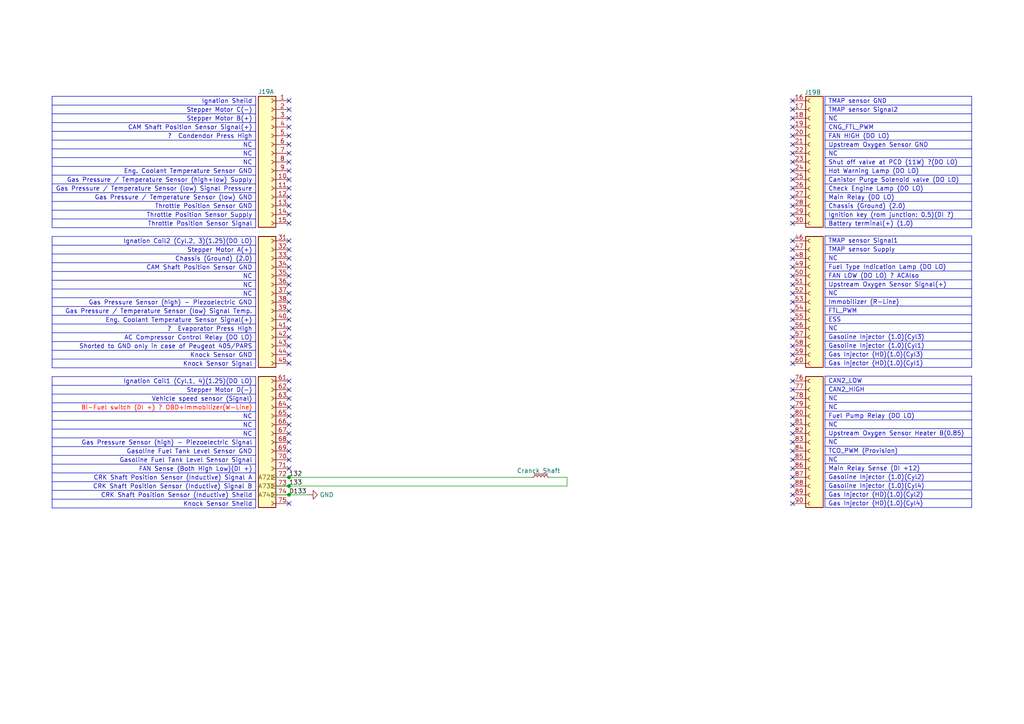
<source format=kicad_sch>
(kicad_sch (version 20250114) (generator "eeschema") (generator_version "9.0")
  (paper "A4")
  (lib_symbols
    (symbol "Device:L_Ferrite_Small" (pin_numbers (hide yes)) (pin_names (offset 0.254) (hide yes))
      (property "Reference" "L" (at 1.27 1.016 0))
      (property "Value" "L_Ferrite_Small" (at 1.27 -1.27 0))
      (symbol "L_Ferrite_Small_0_1"
        (arc (start 0 2.032) (mid 0.5058 1.524) (end 0 1.016))
        (arc (start 0 1.016) (mid 0.5058 0.508) (end 0 0))
        (arc (start 0 0) (mid 0.5058 -0.508) (end 0 -1.016))
        (arc (start 0 -1.016) (mid 0.5058 -1.524) (end 0 -2.032))
        (polyline (pts (xy 0.762 1.651) (xy 0.762 1.905)))
        (polyline (pts (xy 0.762 1.143) (xy 0.762 1.397)))
        (polyline (pts (xy 0.762 0.635) (xy 0.762 0.889)))
        (polyline (pts (xy 0.762 0.127) (xy 0.762 0.381)))
        (polyline (pts (xy 0.762 -0.381) (xy 0.762 -0.127)))
        (polyline (pts (xy 0.762 -0.889) (xy 0.762 -0.635)))
        (polyline (pts (xy 0.762 -1.397) (xy 0.762 -1.143)))
        (polyline (pts (xy 0.762 -1.905) (xy 0.762 -1.651)))
        (polyline (pts (xy 1.016 1.905) (xy 1.016 1.651)))
        (polyline (pts (xy 1.016 1.397) (xy 1.016 1.143)))
        (polyline (pts (xy 1.016 0.889) (xy 1.016 0.635)))
        (polyline (pts (xy 1.016 0.381) (xy 1.016 0.127)))
        (polyline (pts (xy 1.016 -0.127) (xy 1.016 -0.381)))
        (polyline (pts (xy 1.016 -0.635) (xy 1.016 -0.889)))
        (polyline (pts (xy 1.016 -1.143) (xy 1.016 -1.397)))
        (polyline (pts (xy 1.016 -1.651) (xy 1.016 -1.905)))
      )
      (symbol "L_Ferrite_Small_1_1"
        (pin passive line (at 0 2.54 270) (length 0.508) (name "~") (number "1"))
        (pin passive line (at 0 -2.54 90) (length 0.508) (name "~") (number "2"))
      )
    )
    (symbol "power:GND" (power) (pin_numbers (hide yes)) (pin_names (offset 0) (hide yes))
      (property "Value" "GND" (at 0 -3.81 0))
      (symbol "GND_0_1"
        (polyline (pts (xy 0 0) (xy 0 -1.27) (xy 1.27 -1.27) (xy 0 -2.54) (xy -1.27 -1.27) (xy 0 -1.27)))
      )
      (symbol "GND_1_1"
        (pin power_in line (at 0 0 270) (length 0) (name "~") (number "1"))
      )
    )
    (symbol "sicma_socket:Conn_01x90_3Row_Socket" (pin_names (offset 1.016) (hide yes))
      (property "Reference" "J" (at 1.524 60.833 0))
      (property "Value" "Conn_01x90_3Row_Socket" (at 1.397 -61.214 0))
      (symbol "Conn_01x90_3Row_Socket_1_1"
        (rectangle (start -0.508 59.69) (end 4.572 21.717) (stroke (width 0.254)) (fill (type background)))
        (polyline (pts (xy -0.508 58.42) (xy 0.254 58.42)) (stroke (width 0.1524)))
        (polyline (pts (xy -0.508 55.88) (xy 0.254 55.88)) (stroke (width 0.1524)))
        (polyline (pts (xy -0.508 53.34) (xy 0.254 53.34)) (stroke (width 0.1524)))
        (polyline (pts (xy -0.508 50.8) (xy 0.254 50.8)) (stroke (width 0.1524)))
        (polyline (pts (xy -0.508 48.26) (xy 0.254 48.26)) (stroke (width 0.1524)))
        (polyline (pts (xy -0.508 45.72) (xy 0.254 45.72)) (stroke (width 0.1524)))
        (polyline (pts (xy -0.508 43.18) (xy 0.254 43.18)) (stroke (width 0.1524)))
        (polyline (pts (xy -0.508 40.64) (xy 0.254 40.64)) (stroke (width 0.1524)))
        (polyline (pts (xy -0.508 38.1) (xy 0.254 38.1)) (stroke (width 0.1524)))
        (polyline (pts (xy -0.508 35.56) (xy 0.254 35.56)) (stroke (width 0.1524)))
        (polyline (pts (xy -0.508 33.02) (xy 0.254 33.02)) (stroke (width 0.1524)))
        (polyline (pts (xy -0.508 30.48) (xy 0.254 30.48)) (stroke (width 0.1524)))
        (polyline (pts (xy -0.508 27.94) (xy 0.254 27.94)) (stroke (width 0.1524)))
        (polyline (pts (xy -0.508 25.4) (xy 0.254 25.4)) (stroke (width 0.1524)))
        (polyline (pts (xy -0.508 22.86) (xy 0.254 22.86)) (stroke (width 0.1524)))
        (rectangle (start -0.508 19.05) (end 4.572 -18.923) (stroke (width 0.254)) (fill (type background)))
        (polyline (pts (xy -0.508 17.78) (xy 0.254 17.78)) (stroke (width 0.1524)))
        (polyline (pts (xy -0.508 15.24) (xy 0.254 15.24)) (stroke (width 0.1524)))
        (polyline (pts (xy -0.508 12.7) (xy 0.254 12.7)) (stroke (width 0.1524)))
        (polyline (pts (xy -0.508 10.16) (xy 0.254 10.16)) (stroke (width 0.1524)))
        (polyline (pts (xy -0.508 7.62) (xy 0.254 7.62)) (stroke (width 0.1524)))
        (polyline (pts (xy -0.508 5.08) (xy 0.254 5.08)) (stroke (width 0.1524)))
        (polyline (pts (xy -0.508 2.54) (xy 0.254 2.54)) (stroke (width 0.1524)))
        (polyline (pts (xy -0.508 0) (xy 0.254 0)) (stroke (width 0.1524)))
        (polyline (pts (xy -0.508 -2.54) (xy 0.254 -2.54)) (stroke (width 0.1524)))
        (polyline (pts (xy -0.508 -5.08) (xy 0.254 -5.08)) (stroke (width 0.1524)))
        (polyline (pts (xy -0.508 -7.62) (xy 0.254 -7.62)) (stroke (width 0.1524)))
        (polyline (pts (xy -0.508 -10.16) (xy 0.254 -10.16)) (stroke (width 0.1524)))
        (polyline (pts (xy -0.508 -12.7) (xy 0.254 -12.7)) (stroke (width 0.1524)))
        (polyline (pts (xy -0.508 -15.24) (xy 0.254 -15.24)) (stroke (width 0.1524)))
        (polyline (pts (xy -0.508 -17.78) (xy 0.254 -17.78)) (stroke (width 0.1524)))
        (rectangle (start -0.508 -21.59) (end 4.572 -59.563) (stroke (width 0.254)) (fill (type background)))
        (polyline (pts (xy -0.508 -22.86) (xy 0.254 -22.86)) (stroke (width 0.1524)))
        (polyline (pts (xy -0.508 -25.4) (xy 0.254 -25.4)) (stroke (width 0.1524)))
        (polyline (pts (xy -0.508 -27.94) (xy 0.254 -27.94)) (stroke (width 0.1524)))
        (polyline (pts (xy -0.508 -30.48) (xy 0.254 -30.48)) (stroke (width 0.1524)))
        (polyline (pts (xy -0.508 -33.02) (xy 0.254 -33.02)) (stroke (width 0.1524)))
        (polyline (pts (xy -0.508 -35.56) (xy 0.254 -35.56)) (stroke (width 0.1524)))
        (polyline (pts (xy -0.508 -38.1) (xy 0.254 -38.1)) (stroke (width 0.1524)))
        (polyline (pts (xy -0.508 -40.64) (xy 0.254 -40.64)) (stroke (width 0.1524)))
        (polyline (pts (xy -0.508 -43.18) (xy 0.254 -43.18)) (stroke (width 0.1524)))
        (polyline (pts (xy -0.508 -45.72) (xy 0.254 -45.72)) (stroke (width 0.1524)))
        (polyline (pts (xy -0.508 -48.26) (xy 0.254 -48.26)) (stroke (width 0.1524)))
        (polyline (pts (xy -0.508 -50.8) (xy 0.254 -50.8)) (stroke (width 0.1524)))
        (polyline (pts (xy -0.508 -53.34) (xy 0.254 -53.34)) (stroke (width 0.1524)))
        (polyline (pts (xy -0.508 -55.88) (xy 0.254 -55.88)) (stroke (width 0.1524)))
        (polyline (pts (xy -0.508 -58.42) (xy 0.254 -58.42)) (stroke (width 0.1524)))
        (arc (start 0.762 57.912) (mid 0.2562 58.42) (end 0.762 58.928) (stroke (width 0.1524)))
        (arc (start 0.762 55.372) (mid 0.2562 55.88) (end 0.762 56.388) (stroke (width 0.1524)))
        (arc (start 0.762 52.832) (mid 0.2562 53.34) (end 0.762 53.848) (stroke (width 0.1524)))
        (arc (start 0.762 50.292) (mid 0.2562 50.8) (end 0.762 51.308) (stroke (width 0.1524)))
        (arc (start 0.762 47.752) (mid 0.2562 48.26) (end 0.762 48.768) (stroke (width 0.1524)))
        (arc (start 0.762 45.212) (mid 0.2562 45.72) (end 0.762 46.228) (stroke (width 0.1524)))
        (arc (start 0.762 42.672) (mid 0.2562 43.18) (end 0.762 43.688) (stroke (width 0.1524)))
        (arc (start 0.762 40.132) (mid 0.2562 40.64) (end 0.762 41.148) (stroke (width 0.1524)))
        (arc (start 0.762 37.592) (mid 0.2562 38.1) (end 0.762 38.608) (stroke (width 0.1524)))
        (arc (start 0.762 35.052) (mid 0.2562 35.56) (end 0.762 36.068) (stroke (width 0.1524)))
        (arc (start 0.762 32.512) (mid 0.2562 33.02) (end 0.762 33.528) (stroke (width 0.1524)))
        (arc (start 0.762 29.972) (mid 0.2562 30.48) (end 0.762 30.988) (stroke (width 0.1524)))
        (arc (start 0.762 27.432) (mid 0.2562 27.94) (end 0.762 28.448) (stroke (width 0.1524)))
        (arc (start 0.762 24.892) (mid 0.2562 25.4) (end 0.762 25.908) (stroke (width 0.1524)))
        (arc (start 0.762 22.352) (mid 0.2562 22.86) (end 0.762 23.368) (stroke (width 0.1524)))
        (arc (start 0.762 17.272) (mid 0.2562 17.78) (end 0.762 18.288) (stroke (width 0.1524)))
        (arc (start 0.762 14.732) (mid 0.2562 15.24) (end 0.762 15.748) (stroke (width 0.1524)))
        (arc (start 0.762 12.192) (mid 0.2562 12.7) (end 0.762 13.208) (stroke (width 0.1524)))
        (arc (start 0.762 9.652) (mid 0.2562 10.16) (end 0.762 10.668) (stroke (width 0.1524)))
        (arc (start 0.762 7.112) (mid 0.2562 7.62) (end 0.762 8.128) (stroke (width 0.1524)))
        (arc (start 0.762 4.572) (mid 0.2562 5.08) (end 0.762 5.588) (stroke (width 0.1524)))
        (arc (start 0.762 2.032) (mid 0.2562 2.54) (end 0.762 3.048) (stroke (width 0.1524)))
        (arc (start 0.762 -0.508) (mid 0.2562 0) (end 0.762 0.508) (stroke (width 0.1524)))
        (arc (start 0.762 -3.048) (mid 0.2562 -2.54) (end 0.762 -2.032) (stroke (width 0.1524)))
        (arc (start 0.762 -5.588) (mid 0.2562 -5.08) (end 0.762 -4.572) (stroke (width 0.1524)))
        (arc (start 0.762 -8.128) (mid 0.2562 -7.62) (end 0.762 -7.112) (stroke (width 0.1524)))
        (arc (start 0.762 -10.668) (mid 0.2562 -10.16) (end 0.762 -9.652) (stroke (width 0.1524)))
        (arc (start 0.762 -13.208) (mid 0.2562 -12.7) (end 0.762 -12.192) (stroke (width 0.1524)))
        (arc (start 0.762 -15.748) (mid 0.2562 -15.24) (end 0.762 -14.732) (stroke (width 0.1524)))
        (arc (start 0.762 -18.288) (mid 0.2562 -17.78) (end 0.762 -17.272) (stroke (width 0.1524)))
        (arc (start 0.762 -23.368) (mid 0.2562 -22.86) (end 0.762 -22.352) (stroke (width 0.1524)))
        (arc (start 0.762 -25.908) (mid 0.2562 -25.4) (end 0.762 -24.892) (stroke (width 0.1524)))
        (arc (start 0.762 -28.448) (mid 0.2562 -27.94) (end 0.762 -27.432) (stroke (width 0.1524)))
        (arc (start 0.762 -30.988) (mid 0.2562 -30.48) (end 0.762 -29.972) (stroke (width 0.1524)))
        (arc (start 0.762 -33.528) (mid 0.2562 -33.02) (end 0.762 -32.512) (stroke (width 0.1524)))
        (arc (start 0.762 -36.068) (mid 0.2562 -35.56) (end 0.762 -35.052) (stroke (width 0.1524)))
        (arc (start 0.762 -38.608) (mid 0.2562 -38.1) (end 0.762 -37.592) (stroke (width 0.1524)))
        (arc (start 0.762 -41.148) (mid 0.2562 -40.64) (end 0.762 -40.132) (stroke (width 0.1524)))
        (arc (start 0.762 -43.688) (mid 0.2562 -43.18) (end 0.762 -42.672) (stroke (width 0.1524)))
        (arc (start 0.762 -46.228) (mid 0.2562 -45.72) (end 0.762 -45.212) (stroke (width 0.1524)))
        (arc (start 0.762 -48.768) (mid 0.2562 -48.26) (end 0.762 -47.752) (stroke (width 0.1524)))
        (arc (start 0.762 -51.308) (mid 0.2562 -50.8) (end 0.762 -50.292) (stroke (width 0.1524)))
        (arc (start 0.762 -53.848) (mid 0.2562 -53.34) (end 0.762 -52.832) (stroke (width 0.1524)))
        (arc (start 0.762 -56.388) (mid 0.2562 -55.88) (end 0.762 -55.372) (stroke (width 0.1524)))
        (arc (start 0.762 -58.928) (mid 0.2562 -58.42) (end 0.762 -57.912) (stroke (width 0.1524)))
        (pin passive line (at -4.318 58.42 0) (length 3.81) (name "A1") (number "1"))
        (pin passive line (at -4.318 55.88 0) (length 3.81) (name "A2") (number "2"))
        (pin passive line (at -4.318 53.34 0) (length 3.81) (name "A3") (number "3"))
        (pin passive line (at -4.318 50.8 0) (length 3.81) (name "A4") (number "4"))
        (pin passive line (at -4.318 48.26 0) (length 3.81) (name "A5") (number "5"))
        (pin passive line (at -4.318 45.72 0) (length 3.81) (name "A6") (number "6"))
        (pin passive line (at -4.318 43.18 0) (length 3.81) (name "A7") (number "7"))
        (pin passive line (at -4.318 40.64 0) (length 3.81) (name "A8") (number "8"))
        (pin passive line (at -4.318 38.1 0) (length 3.81) (name "A9") (number "9"))
        (pin passive line (at -4.318 35.56 0) (length 3.81) (name "A10") (number "10"))
        (pin passive line (at -4.318 33.02 0) (length 3.81) (name "A11") (number "11"))
        (pin passive line (at -4.318 30.48 0) (length 3.81) (name "A12") (number "12"))
        (pin passive line (at -4.318 27.94 0) (length 3.81) (name "A13") (number "13"))
        (pin passive line (at -4.318 25.4 0) (length 3.81) (name "A14") (number "14"))
        (pin passive line (at -4.318 22.86 0) (length 3.81) (name "A15") (number "15"))
        (pin passive line (at -4.318 17.78 0) (length 3.81) (name "A31") (number "31"))
        (pin passive line (at -4.318 15.24 0) (length 3.81) (name "A32") (number "32"))
        (pin passive line (at -4.318 12.7 0) (length 3.81) (name "A33") (number "33"))
        (pin passive line (at -4.318 10.16 0) (length 3.81) (name "A34") (number "34"))
        (pin passive line (at -4.318 7.62 0) (length 3.81) (name "A35") (number "35"))
        (pin passive line (at -4.318 5.08 0) (length 3.81) (name "A36") (number "36"))
        (pin passive line (at -4.318 2.54 0) (length 3.81) (name "A37") (number "37"))
        (pin passive line (at -4.318 0 0) (length 3.81) (name "A38") (number "38"))
        (pin passive line (at -4.318 -2.54 0) (length 3.81) (name "A39") (number "39"))
        (pin passive line (at -4.318 -5.08 0) (length 3.81) (name "A40") (number "40"))
        (pin passive line (at -4.318 -7.62 0) (length 3.81) (name "A41") (number "41"))
        (pin passive line (at -4.318 -10.16 0) (length 3.81) (name "A42") (number "42"))
        (pin passive line (at -4.318 -12.7 0) (length 3.81) (name "A43") (number "43"))
        (pin passive line (at -4.318 -15.24 0) (length 3.81) (name "A44") (number "44"))
        (pin passive line (at -4.318 -17.78 0) (length 3.81) (name "A45") (number "45"))
        (pin passive line (at -4.318 -22.86 0) (length 3.81) (name "A61") (number "61"))
        (pin passive line (at -4.318 -25.4 0) (length 3.81) (name "A62") (number "62"))
        (pin passive line (at -4.318 -27.94 0) (length 3.81) (name "A63") (number "63"))
        (pin passive line (at -4.318 -30.48 0) (length 3.81) (name "A64") (number "64"))
        (pin passive line (at -4.318 -33.02 0) (length 3.81) (name "A65") (number "65"))
        (pin passive line (at -4.318 -35.56 0) (length 3.81) (name "A66") (number "66"))
        (pin passive line (at -4.318 -38.1 0) (length 3.81) (name "A67") (number "67"))
        (pin passive line (at -4.318 -40.64 0) (length 3.81) (name "A68") (number "68"))
        (pin passive line (at -4.318 -43.18 0) (length 3.81) (name "A69") (number "69"))
        (pin passive line (at -4.318 -45.72 0) (length 3.81) (name "A70") (number "70"))
        (pin passive line (at -4.318 -48.26 0) (length 3.81) (name "A71") (number "71"))
        (pin passive line (at -4.318 -50.8 0) (length 3.81) (name "A72") (number "72"))
        (pin passive line (at -4.318 -53.34 0) (length 3.81) (name "A73") (number "73"))
        (pin passive line (at -4.318 -55.88 0) (length 3.81) (name "A74") (number "74"))
        (pin passive line (at -4.318 -58.42 0) (length 3.81) (name "A75") (number "75"))
      )
      (symbol "Conn_01x90_3Row_Socket_2_1"
        (rectangle (start -0.508 59.69) (end 4.572 21.717) (stroke (width 0.254)) (fill (type background)))
        (polyline (pts (xy -0.508 58.42) (xy 0.254 58.42)) (stroke (width 0.1524)))
        (polyline (pts (xy -0.508 55.88) (xy 0.254 55.88)) (stroke (width 0.1524)))
        (polyline (pts (xy -0.508 53.34) (xy 0.254 53.34)) (stroke (width 0.1524)))
        (polyline (pts (xy -0.508 50.8) (xy 0.254 50.8)) (stroke (width 0.1524)))
        (polyline (pts (xy -0.508 48.26) (xy 0.254 48.26)) (stroke (width 0.1524)))
        (polyline (pts (xy -0.508 45.72) (xy 0.254 45.72)) (stroke (width 0.1524)))
        (polyline (pts (xy -0.508 43.18) (xy 0.254 43.18)) (stroke (width 0.1524)))
        (polyline (pts (xy -0.508 40.64) (xy 0.254 40.64)) (stroke (width 0.1524)))
        (polyline (pts (xy -0.508 38.1) (xy 0.254 38.1)) (stroke (width 0.1524)))
        (polyline (pts (xy -0.508 35.56) (xy 0.254 35.56)) (stroke (width 0.1524)))
        (polyline (pts (xy -0.508 33.02) (xy 0.254 33.02)) (stroke (width 0.1524)))
        (polyline (pts (xy -0.508 30.48) (xy 0.254 30.48)) (stroke (width 0.1524)))
        (polyline (pts (xy -0.508 27.94) (xy 0.254 27.94)) (stroke (width 0.1524)))
        (polyline (pts (xy -0.508 25.4) (xy 0.254 25.4)) (stroke (width 0.1524)))
        (polyline (pts (xy -0.508 22.86) (xy 0.254 22.86)) (stroke (width 0.1524)))
        (rectangle (start -0.508 19.05) (end 4.572 -18.923) (stroke (width 0.254)) (fill (type background)))
        (polyline (pts (xy -0.508 17.78) (xy 0.254 17.78)) (stroke (width 0.1524)))
        (polyline (pts (xy -0.508 15.24) (xy 0.254 15.24)) (stroke (width 0.1524)))
        (polyline (pts (xy -0.508 12.7) (xy 0.254 12.7)) (stroke (width 0.1524)))
        (polyline (pts (xy -0.508 10.16) (xy 0.254 10.16)) (stroke (width 0.1524)))
        (polyline (pts (xy -0.508 7.62) (xy 0.254 7.62)) (stroke (width 0.1524)))
        (polyline (pts (xy -0.508 5.08) (xy 0.254 5.08)) (stroke (width 0.1524)))
        (polyline (pts (xy -0.508 2.54) (xy 0.254 2.54)) (stroke (width 0.1524)))
        (polyline (pts (xy -0.508 0) (xy 0.254 0)) (stroke (width 0.1524)))
        (polyline (pts (xy -0.508 -2.54) (xy 0.254 -2.54)) (stroke (width 0.1524)))
        (polyline (pts (xy -0.508 -5.08) (xy 0.254 -5.08)) (stroke (width 0.1524)))
        (polyline (pts (xy -0.508 -7.62) (xy 0.254 -7.62)) (stroke (width 0.1524)))
        (polyline (pts (xy -0.508 -10.16) (xy 0.254 -10.16)) (stroke (width 0.1524)))
        (polyline (pts (xy -0.508 -12.7) (xy 0.254 -12.7)) (stroke (width 0.1524)))
        (polyline (pts (xy -0.508 -15.24) (xy 0.254 -15.24)) (stroke (width 0.1524)))
        (polyline (pts (xy -0.508 -17.78) (xy 0.254 -17.78)) (stroke (width 0.1524)))
        (rectangle (start -0.508 -21.59) (end 4.572 -59.563) (stroke (width 0.254)) (fill (type background)))
        (polyline (pts (xy -0.508 -22.86) (xy 0.254 -22.86)) (stroke (width 0.1524)))
        (polyline (pts (xy -0.508 -25.4) (xy 0.254 -25.4)) (stroke (width 0.1524)))
        (polyline (pts (xy -0.508 -27.94) (xy 0.254 -27.94)) (stroke (width 0.1524)))
        (polyline (pts (xy -0.508 -30.48) (xy 0.254 -30.48)) (stroke (width 0.1524)))
        (polyline (pts (xy -0.508 -33.02) (xy 0.254 -33.02)) (stroke (width 0.1524)))
        (polyline (pts (xy -0.508 -35.56) (xy 0.254 -35.56)) (stroke (width 0.1524)))
        (polyline (pts (xy -0.508 -38.1) (xy 0.254 -38.1)) (stroke (width 0.1524)))
        (polyline (pts (xy -0.508 -40.64) (xy 0.254 -40.64)) (stroke (width 0.1524)))
        (polyline (pts (xy -0.508 -43.18) (xy 0.254 -43.18)) (stroke (width 0.1524)))
        (polyline (pts (xy -0.508 -45.72) (xy 0.254 -45.72)) (stroke (width 0.1524)))
        (polyline (pts (xy -0.508 -48.26) (xy 0.254 -48.26)) (stroke (width 0.1524)))
        (polyline (pts (xy -0.508 -50.8) (xy 0.254 -50.8)) (stroke (width 0.1524)))
        (polyline (pts (xy -0.508 -53.34) (xy 0.254 -53.34)) (stroke (width 0.1524)))
        (polyline (pts (xy -0.508 -55.88) (xy 0.254 -55.88)) (stroke (width 0.1524)))
        (polyline (pts (xy -0.508 -58.42) (xy 0.254 -58.42)) (stroke (width 0.1524)))
        (arc (start 0.762 57.912) (mid 0.2562 58.42) (end 0.762 58.928) (stroke (width 0.1524)))
        (arc (start 0.762 55.372) (mid 0.2562 55.88) (end 0.762 56.388) (stroke (width 0.1524)))
        (arc (start 0.762 52.832) (mid 0.2562 53.34) (end 0.762 53.848) (stroke (width 0.1524)))
        (arc (start 0.762 50.292) (mid 0.2562 50.8) (end 0.762 51.308) (stroke (width 0.1524)))
        (arc (start 0.762 47.752) (mid 0.2562 48.26) (end 0.762 48.768) (stroke (width 0.1524)))
        (arc (start 0.762 45.212) (mid 0.2562 45.72) (end 0.762 46.228) (stroke (width 0.1524)))
        (arc (start 0.762 42.672) (mid 0.2562 43.18) (end 0.762 43.688) (stroke (width 0.1524)))
        (arc (start 0.762 40.132) (mid 0.2562 40.64) (end 0.762 41.148) (stroke (width 0.1524)))
        (arc (start 0.762 37.592) (mid 0.2562 38.1) (end 0.762 38.608) (stroke (width 0.1524)))
        (arc (start 0.762 35.052) (mid 0.2562 35.56) (end 0.762 36.068) (stroke (width 0.1524)))
        (arc (start 0.762 32.512) (mid 0.2562 33.02) (end 0.762 33.528) (stroke (width 0.1524)))
        (arc (start 0.762 29.972) (mid 0.2562 30.48) (end 0.762 30.988) (stroke (width 0.1524)))
        (arc (start 0.762 27.432) (mid 0.2562 27.94) (end 0.762 28.448) (stroke (width 0.1524)))
        (arc (start 0.762 24.892) (mid 0.2562 25.4) (end 0.762 25.908) (stroke (width 0.1524)))
        (arc (start 0.762 22.352) (mid 0.2562 22.86) (end 0.762 23.368) (stroke (width 0.1524)))
        (arc (start 0.762 17.272) (mid 0.2562 17.78) (end 0.762 18.288) (stroke (width 0.1524)))
        (arc (start 0.762 14.732) (mid 0.2562 15.24) (end 0.762 15.748) (stroke (width 0.1524)))
        (arc (start 0.762 12.192) (mid 0.2562 12.7) (end 0.762 13.208) (stroke (width 0.1524)))
        (arc (start 0.762 9.652) (mid 0.2562 10.16) (end 0.762 10.668) (stroke (width 0.1524)))
        (arc (start 0.762 7.112) (mid 0.2562 7.62) (end 0.762 8.128) (stroke (width 0.1524)))
        (arc (start 0.762 4.572) (mid 0.2562 5.08) (end 0.762 5.588) (stroke (width 0.1524)))
        (arc (start 0.762 2.032) (mid 0.2562 2.54) (end 0.762 3.048) (stroke (width 0.1524)))
        (arc (start 0.762 -0.508) (mid 0.2562 0) (end 0.762 0.508) (stroke (width 0.1524)))
        (arc (start 0.762 -3.048) (mid 0.2562 -2.54) (end 0.762 -2.032) (stroke (width 0.1524)))
        (arc (start 0.762 -5.588) (mid 0.2562 -5.08) (end 0.762 -4.572) (stroke (width 0.1524)))
        (arc (start 0.762 -8.128) (mid 0.2562 -7.62) (end 0.762 -7.112) (stroke (width 0.1524)))
        (arc (start 0.762 -10.668) (mid 0.2562 -10.16) (end 0.762 -9.652) (stroke (width 0.1524)))
        (arc (start 0.762 -13.208) (mid 0.2562 -12.7) (end 0.762 -12.192) (stroke (width 0.1524)))
        (arc (start 0.762 -15.748) (mid 0.2562 -15.24) (end 0.762 -14.732) (stroke (width 0.1524)))
        (arc (start 0.762 -18.288) (mid 0.2562 -17.78) (end 0.762 -17.272) (stroke (width 0.1524)))
        (arc (start 0.762 -23.368) (mid 0.2562 -22.86) (end 0.762 -22.352) (stroke (width 0.1524)))
        (arc (start 0.762 -25.908) (mid 0.2562 -25.4) (end 0.762 -24.892) (stroke (width 0.1524)))
        (arc (start 0.762 -28.448) (mid 0.2562 -27.94) (end 0.762 -27.432) (stroke (width 0.1524)))
        (arc (start 0.762 -30.988) (mid 0.2562 -30.48) (end 0.762 -29.972) (stroke (width 0.1524)))
        (arc (start 0.762 -33.528) (mid 0.2562 -33.02) (end 0.762 -32.512) (stroke (width 0.1524)))
        (arc (start 0.762 -36.068) (mid 0.2562 -35.56) (end 0.762 -35.052) (stroke (width 0.1524)))
        (arc (start 0.762 -38.608) (mid 0.2562 -38.1) (end 0.762 -37.592) (stroke (width 0.1524)))
        (arc (start 0.762 -41.148) (mid 0.2562 -40.64) (end 0.762 -40.132) (stroke (width 0.1524)))
        (arc (start 0.762 -43.688) (mid 0.2562 -43.18) (end 0.762 -42.672) (stroke (width 0.1524)))
        (arc (start 0.762 -46.228) (mid 0.2562 -45.72) (end 0.762 -45.212) (stroke (width 0.1524)))
        (arc (start 0.762 -48.768) (mid 0.2562 -48.26) (end 0.762 -47.752) (stroke (width 0.1524)))
        (arc (start 0.762 -51.308) (mid 0.2562 -50.8) (end 0.762 -50.292) (stroke (width 0.1524)))
        (arc (start 0.762 -53.848) (mid 0.2562 -53.34) (end 0.762 -52.832) (stroke (width 0.1524)))
        (arc (start 0.762 -56.388) (mid 0.2562 -55.88) (end 0.762 -55.372) (stroke (width 0.1524)))
        (arc (start 0.762 -58.928) (mid 0.2562 -58.42) (end 0.762 -57.912) (stroke (width 0.1524)))
        (pin passive line (at -4.318 58.42 0) (length 3.81) (name "B16") (number "16"))
        (pin passive line (at -4.318 55.88 0) (length 3.81) (name "B17") (number "17"))
        (pin passive line (at -4.318 53.34 0) (length 3.81) (name "B18") (number "18"))
        (pin passive line (at -4.318 50.8 0) (length 3.81) (name "B19") (number "19"))
        (pin passive line (at -4.318 48.26 0) (length 3.81) (name "B20") (number "20"))
        (pin passive line (at -4.318 45.72 0) (length 3.81) (name "B21") (number "21"))
        (pin passive line (at -4.318 43.18 0) (length 3.81) (name "B22") (number "22"))
        (pin passive line (at -4.318 40.64 0) (length 3.81) (name "B23") (number "23"))
        (pin passive line (at -4.318 38.1 0) (length 3.81) (name "B24") (number "24"))
        (pin passive line (at -4.318 35.56 0) (length 3.81) (name "B25") (number "25"))
        (pin passive line (at -4.318 33.02 0) (length 3.81) (name "B26") (number "26"))
        (pin passive line (at -4.318 30.48 0) (length 3.81) (name "B27") (number "27"))
        (pin passive line (at -4.318 27.94 0) (length 3.81) (name "B28") (number "28"))
        (pin passive line (at -4.318 25.4 0) (length 3.81) (name "B29") (number "29"))
        (pin passive line (at -4.318 22.86 0) (length 3.81) (name "B30") (number "30"))
        (pin passive line (at -4.318 17.78 0) (length 3.81) (name "B46") (number "46"))
        (pin passive line (at -4.318 15.24 0) (length 3.81) (name "B47") (number "47"))
        (pin passive line (at -4.318 12.7 0) (length 3.81) (name "B48") (number "48"))
        (pin passive line (at -4.318 10.16 0) (length 3.81) (name "B49") (number "49"))
        (pin passive line (at -4.318 7.62 0) (length 3.81) (name "B50") (number "50"))
        (pin passive line (at -4.318 5.08 0) (length 3.81) (name "B51") (number "51"))
        (pin passive line (at -4.318 2.54 0) (length 3.81) (name "B52") (number "52"))
        (pin passive line (at -4.318 0 0) (length 3.81) (name "B53") (number "53"))
        (pin passive line (at -4.318 -2.54 0) (length 3.81) (name "B54") (number "54"))
        (pin passive line (at -4.318 -5.08 0) (length 3.81) (name "B55") (number "55"))
        (pin passive line (at -4.318 -7.62 0) (length 3.81) (name "B56") (number "56"))
        (pin passive line (at -4.318 -10.16 0) (length 3.81) (name "B57") (number "57"))
        (pin passive line (at -4.318 -12.7 0) (length 3.81) (name "B58") (number "58"))
        (pin passive line (at -4.318 -15.24 0) (length 3.81) (name "B59") (number "59"))
        (pin passive line (at -4.318 -17.78 0) (length 3.81) (name "B60") (number "60"))
        (pin passive line (at -4.318 -22.86 0) (length 3.81) (name "B76") (number "76"))
        (pin passive line (at -4.318 -25.4 0) (length 3.81) (name "B77") (number "77"))
        (pin passive line (at -4.318 -27.94 0) (length 3.81) (name "B78") (number "78"))
        (pin passive line (at -4.318 -30.48 0) (length 3.81) (name "B79") (number "79"))
        (pin passive line (at -4.318 -33.02 0) (length 3.81) (name "B80") (number "80"))
        (pin passive line (at -4.318 -35.56 0) (length 3.81) (name "B81") (number "81"))
        (pin passive line (at -4.318 -38.1 0) (length 3.81) (name "B82") (number "82"))
        (pin passive line (at -4.318 -40.64 0) (length 3.81) (name "B83") (number "83"))
        (pin passive line (at -4.318 -43.18 0) (length 3.81) (name "B84") (number "84"))
        (pin passive line (at -4.318 -45.72 0) (length 3.81) (name "B85") (number "85"))
        (pin passive line (at -4.318 -48.26 0) (length 3.81) (name "B86") (number "86"))
        (pin passive line (at -4.318 -50.8 0) (length 3.81) (name "B87") (number "87"))
        (pin passive line (at -4.318 -53.34 0) (length 3.81) (name "B88") (number "88"))
        (pin passive line (at -4.318 -55.88 0) (length 3.81) (name "B89") (number "89"))
        (pin passive line (at -4.318 -58.42 0) (length 3.81) (name "B90") (number "90"))
      )
    )
  )
  (junction (at 83.82 138.43))
  (junction (at 83.82 143.51))
  (junction (at 83.82 140.97))
  (no_connect (at 83.82 130.81))
  (no_connect (at 229.87 29.21))
  (no_connect (at 229.87 82.55))
  (no_connect (at 83.82 62.23))
  (no_connect (at 229.87 92.71))
  (no_connect (at 229.87 57.15))
  (no_connect (at 83.82 36.83))
  (no_connect (at 229.87 118.11))
  (no_connect (at 229.87 105.41))
  (no_connect (at 229.87 128.27))
  (no_connect (at 229.87 31.75))
  (no_connect (at 229.87 135.89))
  (no_connect (at 83.82 74.93))
  (no_connect (at 229.87 64.77))
  (no_connect (at 83.82 90.17))
  (no_connect (at 229.87 36.83))
  (no_connect (at 83.82 95.25))
  (no_connect (at 83.82 125.73))
  (no_connect (at 83.82 34.29))
  (no_connect (at 83.82 97.79))
  (no_connect (at 229.87 90.17))
  (no_connect (at 229.87 85.09))
  (no_connect (at 229.87 34.29))
  (no_connect (at 229.87 80.01))
  (no_connect (at 83.82 87.63))
  (no_connect (at 229.87 120.65))
  (no_connect (at 83.82 31.75))
  (no_connect (at 83.82 52.07))
  (no_connect (at 229.87 62.23))
  (no_connect (at 83.82 92.71))
  (no_connect (at 83.82 44.45))
  (no_connect (at 229.87 113.03))
  (no_connect (at 229.87 138.43))
  (no_connect (at 229.87 39.37))
  (no_connect (at 83.82 39.37))
  (no_connect (at 83.82 118.11))
  (no_connect (at 83.82 115.57))
  (no_connect (at 229.87 146.05))
  (no_connect (at 229.87 143.51))
  (no_connect (at 83.82 100.33))
  (no_connect (at 83.82 29.21))
  (no_connect (at 83.82 105.41))
  (no_connect (at 83.82 123.19))
  (no_connect (at 83.82 120.65))
  (no_connect (at 83.82 54.61))
  (no_connect (at 83.82 85.09))
  (no_connect (at 229.87 41.91))
  (no_connect (at 229.87 102.87))
  (no_connect (at 83.82 69.85))
  (no_connect (at 229.87 74.93))
  (no_connect (at 229.87 130.81))
  (no_connect (at 229.87 140.97))
  (no_connect (at 229.87 97.79))
  (no_connect (at 83.82 77.47))
  (no_connect (at 229.87 87.63))
  (no_connect (at 229.87 49.53))
  (no_connect (at 229.87 95.25))
  (no_connect (at 83.82 82.55))
  (no_connect (at 229.87 54.61))
  (no_connect (at 83.82 64.77))
  (no_connect (at 229.87 44.45))
  (no_connect (at 229.87 69.85))
  (no_connect (at 83.82 135.89))
  (no_connect (at 229.87 46.99))
  (no_connect (at 83.82 46.99))
  (no_connect (at 83.82 110.49))
  (no_connect (at 83.82 59.69))
  (no_connect (at 229.87 125.73))
  (no_connect (at 229.87 133.35))
  (no_connect (at 83.82 128.27))
  (no_connect (at 229.87 123.19))
  (no_connect (at 83.82 72.39))
  (no_connect (at 229.87 52.07))
  (no_connect (at 229.87 115.57))
  (no_connect (at 83.82 57.15))
  (no_connect (at 229.87 77.47))
  (no_connect (at 83.82 102.87))
  (no_connect (at 83.82 133.35))
  (no_connect (at 229.87 110.49))
  (no_connect (at 83.82 41.91))
  (no_connect (at 229.87 100.33))
  (no_connect (at 83.82 146.05))
  (no_connect (at 83.82 113.03))
  (no_connect (at 229.87 59.69))
  (no_connect (at 83.82 80.01))
  (no_connect (at 83.82 49.53))
  (no_connect (at 229.87 72.39))
  (wire (pts (xy 80.01 138.43) (xy 83.82 138.43)))
  (wire (pts (xy 80.01 143.51) (xy 83.82 143.51)))
  (wire (pts (xy 164.465 140.97) (xy 164.465 138.43)))
  (wire (pts (xy 83.82 143.51) (xy 89.535 143.51)))
  (wire (pts (xy 80.01 140.97) (xy 83.82 140.97)))
  (wire (pts (xy 83.82 140.97) (xy 164.465 140.97)))
  (wire (pts (xy 83.82 138.43) (xy 154.305 138.43)))
  (wire (pts (xy 164.465 138.43) (xy 159.385 138.43)))
  (table (column_count 1) (border (external yes) (header yes)) (separators (rows yes) (cols yes)) (column_widths 42.545) (row_heights 2.54 2.54 2.54 2.54 2.54 2.54 2.54 2.54 2.54 2.54 2.54 2.54 2.54 2.54 2.54) (cells (table_cell "CAN2_LOW" (at 239.268 109.093 0) (size 42.545 2.54) (margins 0.9525 0.9525 0.9525 0.9525) (span 1 1)) (table_cell "CAN2_HIGH" (at 239.268 111.633 0) (size 42.545 2.54) (margins 0.9525 0.9525 0.9525 0.9525) (span 1 1)) (table_cell "NC" (at 239.268 114.173 0) (size 42.545 2.54) (margins 0.9525 0.9525 0.9525 0.9525) (span 1 1)) (table_cell "NC" (at 239.268 116.713 0) (size 42.545 2.54) (margins 0.9525 0.9525 0.9525 0.9525) (span 1 1)) (table_cell "Fuel Pump Relay (DO LO)" (at 239.268 119.253 0) (size 42.545 2.54) (margins 0.9525 0.9525 0.9525 0.9525) (span 1 1)) (table_cell "NC" (at 239.268 121.793 0) (size 42.545 2.54) (margins 0.9525 0.9525 0.9525 0.9525) (span 1 1)) (table_cell "Upstream Oxygen Sensor Heater B(0.85)" (at 239.268 124.333 0) (size 42.545 2.54) (margins 0.9525 0.9525 0.9525 0.9525) (span 1 1)) (table_cell "NC" (at 239.268 126.873 0) (size 42.545 2.54) (margins 0.9525 0.9525 0.9525 0.9525) (span 1 1)) (table_cell "TCO_PWM (Provision)" (at 239.268 129.413 0) (size 42.545 2.54) (margins 0.9525 0.9525 0.9525 0.9525) (span 1 1)) (table_cell "NC" (at 239.268 131.953 0) (size 42.545 2.54) (margins 0.9525 0.9525 0.9525 0.9525) (span 1 1)) (table_cell "Main Relay Sense (DI +12)" (at 239.268 134.493 0) (size 42.545 2.54) (margins 0.9525 0.9525 0.9525 0.9525) (span 1 1)) (table_cell "Gasoline Injector (1.0)(Cyl2)" (at 239.268 137.033 0) (size 42.545 2.54) (margins 0.9525 0.9525 0.9525 0.9525) (span 1 1)) (table_cell "Gasoline Injector (1.0)(Cyl4)" (at 239.268 139.573 0) (size 42.545 2.54) (margins 0.9525 0.9525 0.9525 0.9525) (span 1 1)) (table_cell "Gas Injector (HD)(1.0)(Cyl2)" (at 239.268 142.113 0) (size 42.545 2.54) (margins 0.9525 0.9525 0.9525 0.9525) (span 1 1)) (table_cell "Gas Injector (HD)(1.0)(Cyl4)" (at 239.268 144.653 0) (size 42.545 2.54) (margins 0.9525 0.9525 0.9525 0.9525) (span 1 1))))
  (table (column_count 1) (border (external yes) (header no)) (separators (rows yes) (cols no)) (column_widths 59.055) (row_heights 2.54 2.54 2.54 2.54 2.54 2.54 2.54 2.54 2.54 2.54 2.54 2.54 2.54 2.54 2.54) (cells (table_cell "Ignation Sheild" (at 15.113 27.94 0) (size 59.055 2.54) (margins 0.9525 0.9525 0.9525 0.9525) (span 1 1)) (table_cell "Stepper Motor C(-)" (at 15.113 30.48 0) (size 59.055 2.54) (margins 0.9525 0.9525 0.9525 0.9525) (span 1 1)) (table_cell "Stepper Motor B(+)" (at 15.113 33.02 0) (size 59.055 2.54) (margins 0.9525 0.9525 0.9525 0.9525) (span 1 1)) (table_cell "CAM Shaft Position Sensor Signal(+)" (at 15.113 35.56 0) (size 59.055 2.54) (margins 0.9525 0.9525 0.9525 0.9525) (span 1 1)) (table_cell "?  Condendor Press High" (at 15.113 38.1 0) (size 59.055 2.54) (margins 0.9525 0.9525 0.9525 0.9525) (span 1 1)) (table_cell "NC" (at 15.113 40.64 0) (size 59.055 2.54) (margins 0.9525 0.9525 0.9525 0.9525) (span 1 1)) (table_cell "NC" (at 15.113 43.18 0) (size 59.055 2.54) (margins 0.9525 0.9525 0.9525 0.9525) (span 1 1)) (table_cell "NC" (at 15.113 45.72 0) (size 59.055 2.54) (margins 0.9525 0.9525 0.9525 0.9525) (span 1 1)) (table_cell "Eng. Coolant Temperature Sensor GND" (at 15.113 48.26 0) (size 59.055 2.54) (margins 0.9525 0.9525 0.9525 0.9525) (span 1 1)) (table_cell "Gas Pressure / Temperature Sensor (high+low) Supply" (at 15.113 50.8 0) (size 59.055 2.54) (margins 0.9525 0.9525 0.9525 0.9525) (span 1 1)) (table_cell "Gas Pressure / Temperature Sensor (low) Signal Pressure" (at 15.113 53.34 0) (size 59.055 2.54) (margins 0.9525 0.9525 0.9525 0.9525) (span 1 1)) (table_cell "Gas Pressure / Temperature Sensor (low) GND" (at 15.113 55.88 0) (size 59.055 2.54) (margins 0.9525 0.9525 0.9525 0.9525) (span 1 1)) (table_cell "Throttle Position Sensor GND" (at 15.113 58.42 0) (size 59.055 2.54) (margins 0.9525 0.9525 0.9525 0.9525) (span 1 1)) (table_cell "Throttle Position Sensor Supply" (at 15.113 60.96 0) (size 59.055 2.54) (margins 0.9525 0.9525 0.9525 0.9525) (span 1 1)) (table_cell "Throttle Position Sensor Signal" (at 15.113 63.5 0) (size 59.055 2.54) (margins 0.9525 0.9525 0.9525 0.9525) (span 1 1))))
  (table (column_count 1) (border (external yes) (header yes)) (separators (rows yes) (cols yes)) (column_widths 42.545) (row_heights 2.54 2.54 2.54 2.54 2.54 2.54 2.54 2.54 2.54 2.54 2.54 2.54 2.54 2.54 2.54) (cells (table_cell "TMAP sensor Signal1" (at 239.268 68.453 0) (size 42.545 2.54) (margins 0.9525 0.9525 0.9525 0.9525) (span 1 1)) (table_cell "TMAP sensor Supply" (at 239.268 70.993 0) (size 42.545 2.54) (margins 0.9525 0.9525 0.9525 0.9525) (span 1 1)) (table_cell "NC" (at 239.268 73.533 0) (size 42.545 2.54) (margins 0.9525 0.9525 0.9525 0.9525) (span 1 1)) (table_cell "Fuel Type Indication Lamp (DO LO)" (at 239.268 76.073 0) (size 42.545 2.54) (margins 0.9525 0.9525 0.9525 0.9525) (span 1 1)) (table_cell "FAN LOW (DO LO) ? ACAlso" (at 239.268 78.613 0) (size 42.545 2.54) (margins 0.9525 0.9525 0.9525 0.9525) (span 1 1)) (table_cell "Upstream Oxygen Sensor Signal(+)" (at 239.268 81.153 0) (size 42.545 2.54) (margins 0.9525 0.9525 0.9525 0.9525) (span 1 1)) (table_cell "NC" (at 239.268 83.693 0) (size 42.545 2.54) (margins 0.9525 0.9525 0.9525 0.9525) (span 1 1)) (table_cell "Immobilizer (R-Line)" (at 239.268 86.233 0) (size 42.545 2.54) (margins 0.9525 0.9525 0.9525 0.9525) (span 1 1)) (table_cell "FTL_PWM" (at 239.268 88.773 0) (size 42.545 2.54) (margins 0.9525 0.9525 0.9525 0.9525) (span 1 1)) (table_cell "ESS" (at 239.268 91.313 0) (size 42.545 2.54) (margins 0.9525 0.9525 0.9525 0.9525) (span 1 1)) (table_cell "NC" (at 239.268 93.853 0) (size 42.545 2.54) (margins 0.9525 0.9525 0.9525 0.9525) (span 1 1)) (table_cell "Gasoline Injector (1.0)(Cyl3)" (at 239.268 96.393 0) (size 42.545 2.54) (margins 0.9525 0.9525 0.9525 0.9525) (span 1 1)) (table_cell "Gasoline Injector (1.0)(Cyl1)" (at 239.268 98.933 0) (size 42.545 2.54) (margins 0.9525 0.9525 0.9525 0.9525) (span 1 1)) (table_cell "Gas Injector (HD)(1.0)(Cyl3)" (at 239.268 101.473 0) (size 42.545 2.54) (margins 0.9525 0.9525 0.9525 0.9525) (span 1 1)) (table_cell "Gas Injector (HD)(1.0)(Cyl1)" (at 239.268 104.013 0) (size 42.545 2.54) (margins 0.9525 0.9525 0.9525 0.9525) (span 1 1))))
  (table (column_count 1) (border (external yes) (header yes)) (separators (rows yes) (cols yes)) (column_widths 59.055) (row_heights 2.54 2.54 2.54 2.54 2.54 2.54 2.54 2.54 2.54 2.54 2.54 2.54 2.54 2.54 2.54) (cells (table_cell "Ignation Coil2 (Cyl.2, 3)(1.25)(DO LO)" (at 15.113 68.58 0) (size 59.055 2.54) (margins 0.9525 0.9525 0.9525 0.9525) (span 1 1)) (table_cell "Stepper Motor A(+)" (at 15.113 71.12 0) (size 59.055 2.54) (margins 0.9525 0.9525 0.9525 0.9525) (span 1 1)) (table_cell "Chassis (Ground) (2.0)" (at 15.113 73.66 0) (size 59.055 2.54) (margins 0.9525 0.9525 0.9525 0.9525) (span 1 1)) (table_cell "CAM Shaft Position Sensor GND" (at 15.113 76.2 0) (size 59.055 2.54) (margins 0.9525 0.9525 0.9525 0.9525) (span 1 1)) (table_cell "NC" (at 15.113 78.74 0) (size 59.055 2.54) (margins 0.9525 0.9525 0.9525 0.9525) (span 1 1)) (table_cell "NC" (at 15.113 81.28 0) (size 59.055 2.54) (margins 0.9525 0.9525 0.9525 0.9525) (span 1 1)) (table_cell "NC" (at 15.113 83.82 0) (size 59.055 2.54) (margins 0.9525 0.9525 0.9525 0.9525) (span 1 1)) (table_cell "Gas Pressure Sensor (high) - Piezoelectric GND" (at 15.113 86.36 0) (size 59.055 2.54) (margins 0.9525 0.9525 0.9525 0.9525) (span 1 1)) (table_cell "Gas Pressure / Temperature Sensor (low) Signal Temp." (at 15.113 88.9 0) (size 59.055 2.54) (margins 0.9525 0.9525 0.9525 0.9525) (span 1 1)) (table_cell "Eng. Coolant Temperature Sensor Signal(+)" (at 15.113 91.44 0) (size 59.055 2.54) (margins 0.9525 0.9525 0.9525 0.9525) (span 1 1)) (table_cell "?  Evaporator Press High" (at 15.113 93.98 0) (size 59.055 2.54) (margins 0.9525 0.9525 0.9525 0.9525) (span 1 1)) (table_cell "AC Compressor Control Relay (DO LO)" (at 15.113 96.52 0) (size 59.055 2.54) (margins 0.9525 0.9525 0.9525 0.9525) (span 1 1)) (table_cell "Shorted to GND only in case of Peugeot 405/PARS" (at 15.113 99.06 0) (size 59.055 2.54) (margins 0.9525 0.9525 0.9525 0.9525) (span 1 1)) (table_cell "Knock Sensor GND" (at 15.113 101.6 0) (size 59.055 2.54) (margins 0.9525 0.9525 0.9525 0.9525) (span 1 1)) (table_cell "Knock Sensor Signal" (at 15.113 104.14 0) (size 59.055 2.54) (margins 0.9525 0.9525 0.9525 0.9525) (span 1 1))))
  (table (column_count 1) (border (external yes) (header yes)) (separators (rows yes) (cols yes)) (column_widths 59.055) (row_heights 2.54 2.54 2.54 2.54 2.54 2.54 2.54 2.54 2.54 2.54 2.54 2.54 2.54 2.54 2.54) (cells (table_cell "Ignation Coil1 (Cyl.1, 4)(1.25)(DO LO)" (at 15.113 109.22 0) (size 59.055 2.54) (margins 0.9525 0.9525 0.9525 0.9525) (span 1 1)) (table_cell "Stepper Motor D(-)" (at 15.113 111.76 0) (size 59.055 2.54) (margins 0.9525 0.9525 0.9525 0.9525) (span 1 1)) (table_cell "Vehicle speed sensor (Signal)" (at 15.113 114.3 0) (size 59.055 2.54) (margins 0.9525 0.9525 0.9525 0.9525) (span 1 1)) (table_cell "Bi-Fuel switch (DI +) ? OBD+Immobilizer(W-Line)" (at 15.113 116.84 0) (size 59.055 2.54) (margins 0.9525 0.9525 0.9525 0.9525) (span 1 1)) (table_cell "NC" (at 15.113 119.38 0) (size 59.055 2.54) (margins 0.9525 0.9525 0.9525 0.9525) (span 1 1)) (table_cell "NC" (at 15.113 121.92 0) (size 59.055 2.54) (margins 0.9525 0.9525 0.9525 0.9525) (span 1 1)) (table_cell "NC" (at 15.113 124.46 0) (size 59.055 2.54) (margins 0.9525 0.9525 0.9525 0.9525) (span 1 1)) (table_cell "Gas Pressure Sensor (high) - Piezoelectric Signal" (at 15.113 127 0) (size 59.055 2.54) (margins 0.9525 0.9525 0.9525 0.9525) (span 1 1)) (table_cell "Gasoline Fuel Tank Level Sensor GND" (at 15.113 129.54 0) (size 59.055 2.54) (margins 0.9525 0.9525 0.9525 0.9525) (span 1 1)) (table_cell "Gasoline Fuel Tank Level Sensor Signal" (at 15.113 132.08 0) (size 59.055 2.54) (margins 0.9525 0.9525 0.9525 0.9525) (span 1 1)) (table_cell "FAN Sense (Both High Low)(DI +)" (at 15.113 134.62 0) (size 59.055 2.54) (margins 0.9525 0.9525 0.9525 0.9525) (span 1 1)) (table_cell "CRK Shaft Position Sensor (Inductive) Signal A" (at 15.113 137.16 0) (size 59.055 2.54) (margins 0.9525 0.9525 0.9525 0.9525) (span 1 1)) (table_cell "CRK Shaft Position Sensor (Inductive) Signal B" (at 15.113 139.7 0) (size 59.055 2.54) (margins 0.9525 0.9525 0.9525 0.9525) (span 1 1)) (table_cell "CRK Shaft Position Sensor (Inductive) Sheild" (at 15.113 142.24 0) (size 59.055 2.54) (margins 0.9525 0.9525 0.9525 0.9525) (span 1 1)) (table_cell "Knock Sensor Sheild" (at 15.113 144.78 0) (size 59.055 2.54) (margins 0.9525 0.9525 0.9525 0.9525) (span 1 1))))
  (table (column_count 1) (border (external yes) (header yes)) (separators (rows yes) (cols yes)) (column_widths 42.545) (row_heights 2.54 2.54 2.54 2.54 2.54 2.54 2.54 2.54 2.54 2.54 2.54 2.54 2.54 2.54 2.54) (cells (table_cell "TMAP sensor GND" (at 239.268 27.94 0) (size 42.545 2.54) (margins 0.9525 0.9525 0.9525 0.9525) (span 1 1)) (table_cell "TMAP sensor Signal2" (at 239.268 30.48 0) (size 42.545 2.54) (margins 0.9525 0.9525 0.9525 0.9525) (span 1 1)) (table_cell "NC" (at 239.268 33.02 0) (size 42.545 2.54) (margins 0.9525 0.9525 0.9525 0.9525) (span 1 1)) (table_cell "CNG_FTL_PWM" (at 239.268 35.56 0) (size 42.545 2.54) (margins 0.9525 0.9525 0.9525 0.9525) (span 1 1)) (table_cell "FAN HIGH (DO LO)" (at 239.268 38.1 0) (size 42.545 2.54) (margins 0.9525 0.9525 0.9525 0.9525) (span 1 1)) (table_cell "Upstream Oxygen Sensor GND" (at 239.268 40.64 0) (size 42.545 2.54) (margins 0.9525 0.9525 0.9525 0.9525) (span 1 1)) (table_cell "NC" (at 239.268 43.18 0) (size 42.545 2.54) (margins 0.9525 0.9525 0.9525 0.9525) (span 1 1)) (table_cell "Shut off valve at PCD (11W) ?(DO LO)" (at 239.268 45.72 0) (size 42.545 2.54) (margins 0.9525 0.9525 0.9525 0.9525) (span 1 1)) (table_cell "Hot Warning Lamp (DO LO)" (at 239.268 48.26 0) (size 42.545 2.54) (margins 0.9525 0.9525 0.9525 0.9525) (span 1 1)) (table_cell "Canistor Purge Solenoid valve (DO LO)" (at 239.268 50.8 0) (size 42.545 2.54) (margins 0.9525 0.9525 0.9525 0.9525) (span 1 1)) (table_cell "Check Engine Lamp (DO LO)" (at 239.268 53.34 0) (size 42.545 2.54) (margins 0.9525 0.9525 0.9525 0.9525) (span 1 1)) (table_cell "Main Relay (DO LO)" (at 239.268 55.88 0) (size 42.545 2.54) (margins 0.9525 0.9525 0.9525 0.9525) (span 1 1)) (table_cell "Chassis (Ground) (2.0)" (at 239.268 58.42 0) (size 42.545 2.54) (margins 0.9525 0.9525 0.9525 0.9525) (span 1 1)) (table_cell "Ignition key (rom junction: 0.5)(DI ?)" (at 239.268 60.96 0) (size 42.545 2.54) (margins 0.9525 0.9525 0.9525 0.9525) (span 1 1)) (table_cell "Battery terminal(+) (1.0)" (at 239.268 63.5 0) (size 42.545 2.54) (margins 0.9525 0.9525 0.9525 0.9525) (span 1 1))))
  (label "133" (at 83.82 140.97 0))
  (label "132" (at 83.82 138.43 0))
  (label "D133" (at 83.82 143.51 0))
  (hierarchical_label "A73" (shape passive) (at 80.01 140.97 180))
  (hierarchical_label "A72" (shape passive) (at 80.01 138.43 180))
  (hierarchical_label "A74" (shape passive) (at 80.01 143.51 180))
  (symbol (lib_id "Device:L_Ferrite_Small") (at 156.845 138.43 90) (unit 1) (in_bom no) (on_board no)
    (property "Reference" "VR1" (effects (hide yes)))
    (property "Value" "Cranck Shaft" (at 156.21 136.525 90))
    (property "Description" "Inductor with ferrite core, small symbol" (effects (hide yes)))
  )
  (symbol (lib_id "sicma_socket:Conn_01x90_3Row_Socket") (at 234.188 87.63 0) (unit 2)
    (property "Reference" "J19" (at 235.712 26.797 0))
    (property "Value" "Conn_01x90_3Row_Socket" (effects (hide yes)))
    (property "Description" "\"Duble connector, triple row, 03x30, unit letter first pin numbering scheme (pin number form 1 to 90\"" (effects (hide yes)))
  )
  (symbol (lib_id "sicma_socket:Conn_01x90_3Row_Socket") (at 79.502 87.63 0) (mirror y) (unit 1)
    (property "Reference" "J19" (at 79.502 26.6064 0) (effects (justify left)))
    (property "Value" "Conn_01x90_3Row_Socket" (effects (hide yes)))
    (property "Description" "\"Duble connector, triple row, 03x30, unit letter first pin numbering scheme (pin number form 1 to 90\"" (effects (hide yes)))
  )
  (symbol (lib_id "power:GND") (at 89.535 143.51 90) (unit 1)
    (property "Reference" "#PWR0329" (effects (hide yes)))
    (property "Value" "GND" (at 92.71 143.5099 90) (effects (justify right)))
    (property "Description" "Power symbol creates a global label with name \"GND\" , ground" (effects (hide yes)))
  )
)
</source>
